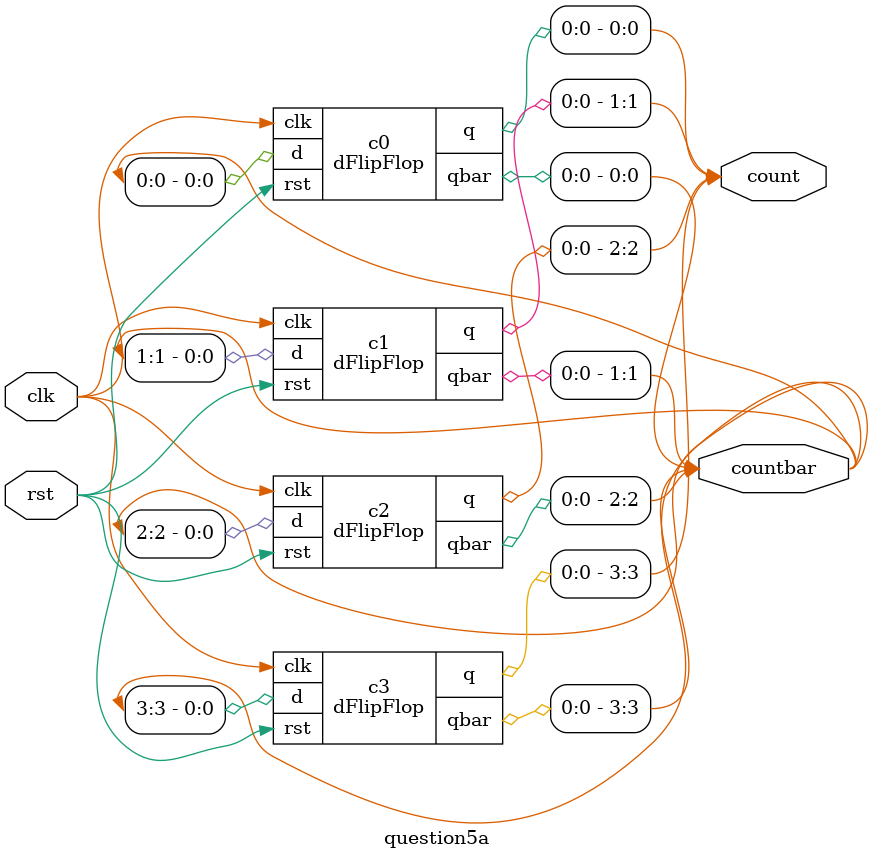
<source format=v>
`timescale 1ns / 1ps
module dFlipFlop(
	input  wire clk,
	input  wire rst,
	input  wire d,
	output reg q,
	output wire qbar
	);
	
	assign qbar = ~q;
	
	always @ (posedge clk) begin
		if (rst) q <= 1'b0;
		else q <= d;
	end
	
endmodule

module question5a(
   input clk,
	input rst,
   output [3:0] count,
	output [3:0] countbar
   );

	// count[0]
	dFlipFlop c0 (
		.clk(clk),
		.rst(rst),
		.d(countbar[0]),
		.q(count[0]),
		.qbar(countbar[0])
		);
		
	// count[1]
	dFlipFlop c1 (
		.clk(clk),
		.rst(rst),
		.d(countbar[1]),
		.q(count[1]),
		.qbar(countbar[1])
		);
		
	// count[2]
	dFlipFlop c2 (
		.clk(clk),
		.rst(rst),
		.d(countbar[2]),
		.q(count[2]),
		.qbar(countbar[2])
		);
		
	// count[3]
	dFlipFlop c3 (
		.clk(clk),
		.rst(rst),
		.d(countbar[3]),
		.q(count[3]),
		.qbar(countbar[3])
		);


endmodule

</source>
